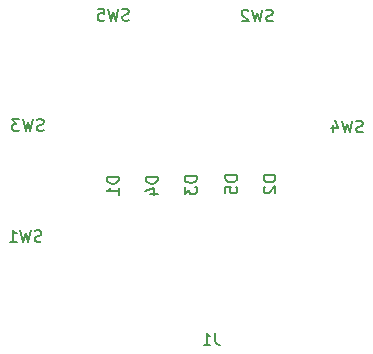
<source format=gbr>
G04 #@! TF.GenerationSoftware,KiCad,Pcbnew,(5.1.5-0-10_14)*
G04 #@! TF.CreationDate,2021-10-24T13:15:44+10:00*
G04 #@! TF.ProjectId,OH - Left Console - Ejection Seat,4f48202d-204c-4656-9674-20436f6e736f,rev?*
G04 #@! TF.SameCoordinates,Original*
G04 #@! TF.FileFunction,Legend,Bot*
G04 #@! TF.FilePolarity,Positive*
%FSLAX46Y46*%
G04 Gerber Fmt 4.6, Leading zero omitted, Abs format (unit mm)*
G04 Created by KiCad (PCBNEW (5.1.5-0-10_14)) date 2021-10-24 13:15:44*
%MOMM*%
%LPD*%
G04 APERTURE LIST*
%ADD10C,0.150000*%
G04 APERTURE END LIST*
D10*
X72342333Y-114133380D02*
X72342333Y-114847666D01*
X72389952Y-114990523D01*
X72485190Y-115085761D01*
X72628047Y-115133380D01*
X72723285Y-115133380D01*
X71342333Y-115133380D02*
X71913761Y-115133380D01*
X71628047Y-115133380D02*
X71628047Y-114133380D01*
X71723285Y-114276238D01*
X71818523Y-114371476D01*
X71913761Y-114419095D01*
X65023833Y-87653761D02*
X64880976Y-87701380D01*
X64642880Y-87701380D01*
X64547642Y-87653761D01*
X64500023Y-87606142D01*
X64452404Y-87510904D01*
X64452404Y-87415666D01*
X64500023Y-87320428D01*
X64547642Y-87272809D01*
X64642880Y-87225190D01*
X64833357Y-87177571D01*
X64928595Y-87129952D01*
X64976214Y-87082333D01*
X65023833Y-86987095D01*
X65023833Y-86891857D01*
X64976214Y-86796619D01*
X64928595Y-86749000D01*
X64833357Y-86701380D01*
X64595261Y-86701380D01*
X64452404Y-86749000D01*
X64119071Y-86701380D02*
X63880976Y-87701380D01*
X63690500Y-86987095D01*
X63500023Y-87701380D01*
X63261928Y-86701380D01*
X62404785Y-86701380D02*
X62880976Y-86701380D01*
X62928595Y-87177571D01*
X62880976Y-87129952D01*
X62785738Y-87082333D01*
X62547642Y-87082333D01*
X62452404Y-87129952D01*
X62404785Y-87177571D01*
X62357166Y-87272809D01*
X62357166Y-87510904D01*
X62404785Y-87606142D01*
X62452404Y-87653761D01*
X62547642Y-87701380D01*
X62785738Y-87701380D01*
X62880976Y-87653761D01*
X62928595Y-87606142D01*
X84835833Y-97115261D02*
X84692976Y-97162880D01*
X84454880Y-97162880D01*
X84359642Y-97115261D01*
X84312023Y-97067642D01*
X84264404Y-96972404D01*
X84264404Y-96877166D01*
X84312023Y-96781928D01*
X84359642Y-96734309D01*
X84454880Y-96686690D01*
X84645357Y-96639071D01*
X84740595Y-96591452D01*
X84788214Y-96543833D01*
X84835833Y-96448595D01*
X84835833Y-96353357D01*
X84788214Y-96258119D01*
X84740595Y-96210500D01*
X84645357Y-96162880D01*
X84407261Y-96162880D01*
X84264404Y-96210500D01*
X83931071Y-96162880D02*
X83692976Y-97162880D01*
X83502500Y-96448595D01*
X83312023Y-97162880D01*
X83073928Y-96162880D01*
X82264404Y-96496214D02*
X82264404Y-97162880D01*
X82502500Y-96115261D02*
X82740595Y-96829547D01*
X82121547Y-96829547D01*
X57784833Y-96988261D02*
X57641976Y-97035880D01*
X57403880Y-97035880D01*
X57308642Y-96988261D01*
X57261023Y-96940642D01*
X57213404Y-96845404D01*
X57213404Y-96750166D01*
X57261023Y-96654928D01*
X57308642Y-96607309D01*
X57403880Y-96559690D01*
X57594357Y-96512071D01*
X57689595Y-96464452D01*
X57737214Y-96416833D01*
X57784833Y-96321595D01*
X57784833Y-96226357D01*
X57737214Y-96131119D01*
X57689595Y-96083500D01*
X57594357Y-96035880D01*
X57356261Y-96035880D01*
X57213404Y-96083500D01*
X56880071Y-96035880D02*
X56641976Y-97035880D01*
X56451500Y-96321595D01*
X56261023Y-97035880D01*
X56022928Y-96035880D01*
X55737214Y-96035880D02*
X55118166Y-96035880D01*
X55451500Y-96416833D01*
X55308642Y-96416833D01*
X55213404Y-96464452D01*
X55165785Y-96512071D01*
X55118166Y-96607309D01*
X55118166Y-96845404D01*
X55165785Y-96940642D01*
X55213404Y-96988261D01*
X55308642Y-97035880D01*
X55594357Y-97035880D01*
X55689595Y-96988261D01*
X55737214Y-96940642D01*
X77215833Y-87717261D02*
X77072976Y-87764880D01*
X76834880Y-87764880D01*
X76739642Y-87717261D01*
X76692023Y-87669642D01*
X76644404Y-87574404D01*
X76644404Y-87479166D01*
X76692023Y-87383928D01*
X76739642Y-87336309D01*
X76834880Y-87288690D01*
X77025357Y-87241071D01*
X77120595Y-87193452D01*
X77168214Y-87145833D01*
X77215833Y-87050595D01*
X77215833Y-86955357D01*
X77168214Y-86860119D01*
X77120595Y-86812500D01*
X77025357Y-86764880D01*
X76787261Y-86764880D01*
X76644404Y-86812500D01*
X76311071Y-86764880D02*
X76072976Y-87764880D01*
X75882500Y-87050595D01*
X75692023Y-87764880D01*
X75453928Y-86764880D01*
X75120595Y-86860119D02*
X75072976Y-86812500D01*
X74977738Y-86764880D01*
X74739642Y-86764880D01*
X74644404Y-86812500D01*
X74596785Y-86860119D01*
X74549166Y-86955357D01*
X74549166Y-87050595D01*
X74596785Y-87193452D01*
X75168214Y-87764880D01*
X74549166Y-87764880D01*
X57594333Y-106385761D02*
X57451476Y-106433380D01*
X57213380Y-106433380D01*
X57118142Y-106385761D01*
X57070523Y-106338142D01*
X57022904Y-106242904D01*
X57022904Y-106147666D01*
X57070523Y-106052428D01*
X57118142Y-106004809D01*
X57213380Y-105957190D01*
X57403857Y-105909571D01*
X57499095Y-105861952D01*
X57546714Y-105814333D01*
X57594333Y-105719095D01*
X57594333Y-105623857D01*
X57546714Y-105528619D01*
X57499095Y-105481000D01*
X57403857Y-105433380D01*
X57165761Y-105433380D01*
X57022904Y-105481000D01*
X56689571Y-105433380D02*
X56451476Y-106433380D01*
X56261000Y-105719095D01*
X56070523Y-106433380D01*
X55832428Y-105433380D01*
X54927666Y-106433380D02*
X55499095Y-106433380D01*
X55213380Y-106433380D02*
X55213380Y-105433380D01*
X55308619Y-105576238D01*
X55403857Y-105671476D01*
X55499095Y-105719095D01*
X74175880Y-100798404D02*
X73175880Y-100798404D01*
X73175880Y-101036500D01*
X73223500Y-101179357D01*
X73318738Y-101274595D01*
X73413976Y-101322214D01*
X73604452Y-101369833D01*
X73747309Y-101369833D01*
X73937785Y-101322214D01*
X74033023Y-101274595D01*
X74128261Y-101179357D01*
X74175880Y-101036500D01*
X74175880Y-100798404D01*
X73175880Y-102274595D02*
X73175880Y-101798404D01*
X73652071Y-101750785D01*
X73604452Y-101798404D01*
X73556833Y-101893642D01*
X73556833Y-102131738D01*
X73604452Y-102226976D01*
X73652071Y-102274595D01*
X73747309Y-102322214D01*
X73985404Y-102322214D01*
X74080642Y-102274595D01*
X74128261Y-102226976D01*
X74175880Y-102131738D01*
X74175880Y-101893642D01*
X74128261Y-101798404D01*
X74080642Y-101750785D01*
X67444880Y-100925404D02*
X66444880Y-100925404D01*
X66444880Y-101163500D01*
X66492500Y-101306357D01*
X66587738Y-101401595D01*
X66682976Y-101449214D01*
X66873452Y-101496833D01*
X67016309Y-101496833D01*
X67206785Y-101449214D01*
X67302023Y-101401595D01*
X67397261Y-101306357D01*
X67444880Y-101163500D01*
X67444880Y-100925404D01*
X66778214Y-102353976D02*
X67444880Y-102353976D01*
X66397261Y-102115880D02*
X67111547Y-101877785D01*
X67111547Y-102496833D01*
X70746880Y-100861904D02*
X69746880Y-100861904D01*
X69746880Y-101100000D01*
X69794500Y-101242857D01*
X69889738Y-101338095D01*
X69984976Y-101385714D01*
X70175452Y-101433333D01*
X70318309Y-101433333D01*
X70508785Y-101385714D01*
X70604023Y-101338095D01*
X70699261Y-101242857D01*
X70746880Y-101100000D01*
X70746880Y-100861904D01*
X69746880Y-101766666D02*
X69746880Y-102385714D01*
X70127833Y-102052380D01*
X70127833Y-102195238D01*
X70175452Y-102290476D01*
X70223071Y-102338095D01*
X70318309Y-102385714D01*
X70556404Y-102385714D01*
X70651642Y-102338095D01*
X70699261Y-102290476D01*
X70746880Y-102195238D01*
X70746880Y-101909523D01*
X70699261Y-101814285D01*
X70651642Y-101766666D01*
X77414380Y-100798404D02*
X76414380Y-100798404D01*
X76414380Y-101036500D01*
X76462000Y-101179357D01*
X76557238Y-101274595D01*
X76652476Y-101322214D01*
X76842952Y-101369833D01*
X76985809Y-101369833D01*
X77176285Y-101322214D01*
X77271523Y-101274595D01*
X77366761Y-101179357D01*
X77414380Y-101036500D01*
X77414380Y-100798404D01*
X76509619Y-101750785D02*
X76462000Y-101798404D01*
X76414380Y-101893642D01*
X76414380Y-102131738D01*
X76462000Y-102226976D01*
X76509619Y-102274595D01*
X76604857Y-102322214D01*
X76700095Y-102322214D01*
X76842952Y-102274595D01*
X77414380Y-101703166D01*
X77414380Y-102322214D01*
X64142880Y-100925404D02*
X63142880Y-100925404D01*
X63142880Y-101163500D01*
X63190500Y-101306357D01*
X63285738Y-101401595D01*
X63380976Y-101449214D01*
X63571452Y-101496833D01*
X63714309Y-101496833D01*
X63904785Y-101449214D01*
X64000023Y-101401595D01*
X64095261Y-101306357D01*
X64142880Y-101163500D01*
X64142880Y-100925404D01*
X64142880Y-102449214D02*
X64142880Y-101877785D01*
X64142880Y-102163500D02*
X63142880Y-102163500D01*
X63285738Y-102068261D01*
X63380976Y-101973023D01*
X63428595Y-101877785D01*
M02*

</source>
